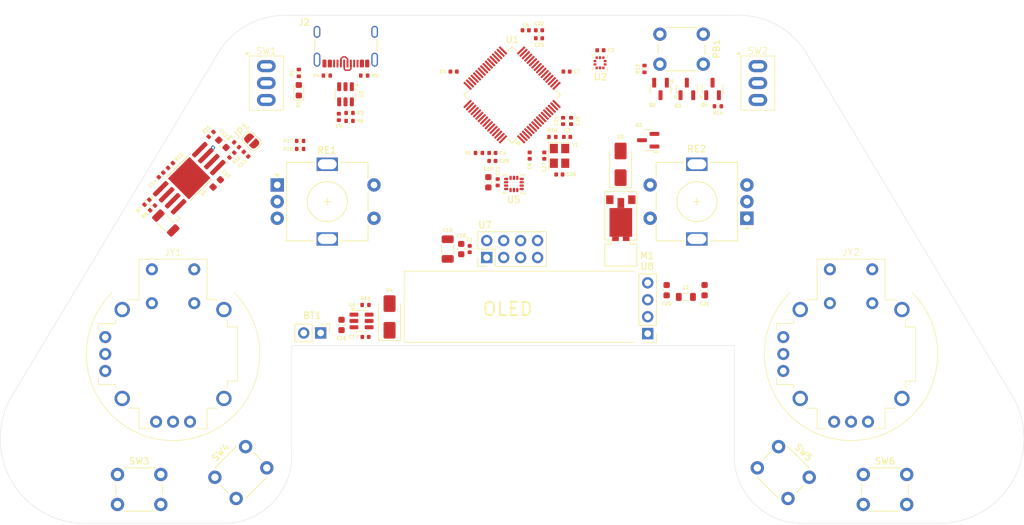
<source format=kicad_pcb>
(kicad_pcb (version 20240108) (generator "pcbnew") (generator_version "8.0")
  (layers (0 "F.Cu" signal) (31 "B.Cu" signal) (34 "B.Paste" user) (35 "F.Paste" user) (36 "B.SilkS" user "B.Silkscreen") (37 "F.SilkS" user "F.Silkscreen") (38 "B.Mask" user) (39 "F.Mask" user) (44 "Edge.Cuts" user))
  (net 0 "")
  (net 1 "GND")
  (net 2 "VBATT")
  (net 3 "+3V3")
  (net 4 "/nRST")
  (net 5 "VBUS")
  (net 6 "VPWR")
  (net 7 "Net-(U4-VC)")
  (net 8 "Net-(C14-Pad1)")
  (net 9 "Net-(D4-K)")
  (net 10 "/OPWR")
  (net 11 "/OSCIN")
  (net 12 "/OSCLO")
  (net 13 "/VBLED")
  (net 14 "Net-(D2-A)")
  (net 15 "Net-(D2-K)")
  (net 16 "Net-(J2-CC2)")
  (net 17 "/USB_D+")
  (net 18 "Net-(J2-CC1)")
  (net 20 "/USB_D-")
  (net 23 "/JY1SW")
  (net 24 "/VCAP")
  (net 25 "/VREF")
  (net 26 "Net-(JP1-B)")
  (net 27 "/JY2SW")
  (net 28 "Net-(U4-SW1)")
  (net 29 "Net-(U4-SW2)")
  (net 30 "Net-(Q2-G)")
  (net 31 "/MTR")
  (net 32 "/SNSBUS")
  (net 33 "/PWRON")
  (net 34 "/BOOT0")
  (net 35 "Net-(R7-Pad1)")
  (net 36 "Net-(U4-RT)")
  (net 37 "Net-(U4-FB)")
  (net 38 "Net-(U6-PROG)")
  (net 39 "/BREF")
  (net 40 "/OSCOUT")
  (net 41 "/RE1A")
  (net 42 "/RE1B")
  (net 43 "/RE1SW")
  (net 44 "/RE2SW")
  (net 45 "/RE2A")
  (net 46 "/RE2B")
  (net 47 "/TSW1B")
  (net 48 "/TSW1A")
  (net 49 "/TSW2B")
  (net 50 "/TSW2A")
  (net 51 "/BT1")
  (net 52 "/BT2")
  (net 53 "/BT3")
  (net 54 "/BT4")
  (net 100 "/PCS")
  (net 101 "/SNSCK")
  (net 102 "/SNMOSI")
  (net 103 "/SNMISO")
  (net 104 "/DRDY")
  (net 107 "/GCS")
  (net 108 "/GINT1")
  (net 109 "/STDBY")
  (net 110 "/CHRG")
  (net 111 "/RFSCK")
  (net 112 "/RFMISO")
  (net 113 "/RFCE")
  (net 114 "/RFIRQ")
  (net 115 "/RFCS")
  (net 116 "/RFMOSI")
  (net 117 "/SCL")
  (net 118 "/SDA")
  (footprint "Resistor_SMD:R_0402_1005Metric" (layer "F.Cu") (at 105.4 79.8)
    (property "Reference" "R17")
    (property "Value" "200k")
  )
  (footprint "Capacitor_SMD:C_0402_1005Metric" (layer "F.Cu") (at 111.2 76.2 -90)
    (property "Reference" "C9")
    (property "Value" "1u")
  )
  (footprint "Connector_PinHeader_2.54mm:PinHeader_1x02_P2.54mm_Vertical" (layer "F.Cu") (at 108.475 108.6 -90)
    (property "Reference" "BT1")
    (property "Value" "Battery_Cell")
  )
  (footprint "Capacitor_SMD:C_0402_1005Metric" (layer "F.Cu") (at 134.2 82.8 180)
    (property "Reference" "C28")
    (property "Value" "10u")
  )
  (footprint "Resistor_SMD:R_0402_1005Metric" (layer "F.Cu") (at 95.167085 81.927136 45)
    (property "Reference" "R12")
    (property "Value" "340k")
  )
  (footprint "Package_SO:SOP-8-1EP_4.57x4.57mm_P1.27mm_EP4.57x4.45mm" (layer "F.Cu") (at 88.778787 85.39099 45)
    (property "Reference" "U4")
    (property "Value" "TX4401")
  )
  (footprint "Button_Switch_THT:SW_PUSH_6mm_H13mm" (layer "F.Cu") (at 78.03 129.83)
    (property "Reference" "SW3")
    (property "Value" "SW_Push")
  )
  (footprint "Motors:Vybronics_VZ30C1T8219732L" (layer "F.Cu") (at 153.454 92.963)
    (property "Reference" "M1")
    (property "Value" "Motor_DC")
  )
  (footprint "Package_TO_SOT_SMD:SOT-23" (layer "F.Cu") (at 163.35 72 90)
    (property "Reference" "Q3")
    (property "Value" "AO3400A")
  )
  (footprint "Resistor_SMD:R_0402_1005Metric" (layer "F.Cu") (at 112.8 75.6)
    (property "Reference" "R3")
    (property "Value" "10k")
  )
  (footprint "User_Footprints:2MS" (layer "F.Cu") (at 100.33 68.58)
    (property "Reference" "SW1")
    (property "Value" "SW_SPDT")
  )
  (footprint "Capacitor_SMD:C_0402_1005Metric" (layer "F.Cu") (at 146 76.8 -90)
    (property "Reference" "C25")
    (property "Value" "1u")
  )
  (footprint "User_Footprints:2MS" (layer "F.Cu") (at 173.99 68.58)
    (property "Reference" "SW2")
    (property "Value" "SW_SPDT")
  )
  (footprint "Resistor_SMD:R_0402_1005Metric" (layer "F.Cu") (at 132.2 81.6)
    (property "Reference" "R1")
    (property "Value" "10k")
  )
  (footprint "Resistor_SMD:R_0402_1005Metric" (layer "F.Cu") (at 168 74.6)
    (property "Reference" "R14")
    (property "Value" "47k")
  )
  (footprint "Capacitor_SMD:C_0402_1005Metric" (layer "F.Cu") (at 115.2 109.2 180)
    (property "Reference" "C17")
    (property "Value" "1u")
  )
  (footprint "Resistor_SMD:R_0402_1005Metric" (layer "F.Cu") (at 105.2 69.6 -90)
    (property "Reference" "R2")
    (property "Value" "1k")
  )
  (footprint "Resistor_SMD:R_0402_1005Metric" (layer "F.Cu") (at 85.974697 83.482771 45)
    (property "Reference" "R10")
    (property "Value" "15k")
  )
  (footprint "Resistor_SMD:R_0402_1005Metric" (layer "F.Cu") (at 112.8 76.8 180)
    (property "Reference" "R6")
    (property "Value" "10k")
  )
  (footprint "Rotary_Encoder:RotaryEncoder_Alps_EC11E-Switch_Vertical_H20mm" (layer "F.Cu") (at 101.97 86.4)
    (property "Reference" "RE1")
    (property "Value" "RotaryEncoder_Switch")
  )
  (footprint "Crystal:Crystal_SMD_3225-4Pin_3.2x2.5mm" (layer "F.Cu") (at 144.272 82.042 -90)
    (property "Reference" "Y1")
    (property "Value" "16MHz")
  )
  (footprint "Capacitor_SMD:C_0402_1005Metric" (layer "F.Cu") (at 139.2 63.2)
    (property "Reference" "C6")
    (property "Value" "100n")
  )
  (footprint "Resistor_SMD:R_0402_1005Metric" (layer "F.Cu") (at 157 69 90)
    (property "Reference" "R13")
    (property "Value" "47k")
  )
  (footprint "Package_QFP:LQFP-64_10x10mm_P0.5mm" (layer "F.Cu") (at 137.16 72.898 135)
    (property "Reference" "U1")
    (property "Value" "STM32F401RCTx")
  )
  (footprint "Capacitor_SMD:C_0603_1608Metric" (layer "F.Cu") (at 111.6 107.4 90)
    (property "Reference" "C16")
    (property "Value" "10u")
  )
  (footprint "Capacitor_SMD:C_0402_1005Metric" (layer "F.Cu") (at 135 86 -90)
    (property "Reference" "C11")
    (property "Value" "100n")
  )
  (footprint "Diode_SMD:D_SMA" (layer "F.Cu") (at 153.416 83.312 90)
    (property "Reference" "D2")
    (property "Value" "SS24")
  )
  (footprint "Button_Switch_THT:SW_PUSH_6mm_H13mm" (layer "F.Cu") (at 189.79 129.83)
    (property "Reference" "SW6")
    (property "Value" "SW_Push")
  )
  (footprint "LED_SMD:LED_0603_1608Metric" (layer "F.Cu") (at 105.2 72.2 90)
    (property "Reference" "D1")
    (property "Value" "LEDB")
  )
  (footprint "Capacitor_SMD:C_0402_1005Metric" (layer "F.Cu") (at 145.32 69.4)
    (property "Reference" "C7")
    (property "Value" "100n")
  )
  (footprint "Capacitor_SMD:C_0402_1005Metric" (layer "F.Cu") (at 144.244 84.836)
    (property "Reference" "C26")
    (property "Value" "10p")
  )
  (footprint "Inductor_SMD:L_0805_2012Metric" (layer "F.Cu") (at 163.2 103.2 180)
    (property "Reference" "L2")
    (property "Value" "2.2u")
  )
  (footprint "Capacitor_SMD:C_0603_1608Metric" (layer "F.Cu") (at 129.54 96.017 -90)
    (property "Reference" "C18")
    (property "Value" "10u")
  )
  (footprint "Package_TO_SOT_SMD:TSOT-23-6" (layer "F.Cu") (at 114.6 106.8)
    (property "Reference" "U6")
    (property "Value" "TP4057-42")
  )
  (footprint "Connector_PinHeader_2.54mm:PinHeader_1x04_P2.54mm_Vertical" (layer "F.Cu") (at 157.48 108.702 180)
    (property "Reference" "U8")
    (property "Value" "SSD1306")
  )
  (footprint "Package_TO_SOT_SMD:SOT-23" (layer "F.Cu") (at 167.2 72 90)
    (property "Reference" "Q4")
    (property "Value" "AO3400A")
  )
  (footprint "Capacitor_SMD:C_0603_1608Metric" (layer "F.Cu") (at 93.752871 80.230079 135)
    (property "Reference" "C12")
    (property "Value" "10u")
  )
  (footprint "Button_Switch_THT:SW_PUSH_6mm_H13mm" (layer "F.Cu") (at 159.31 63.79)
    (property "Reference" "PB1")
    (property "Value" "SW_Push")
  )
  (footprint "Resistor_SMD:R_0402_1005Metric" (layer "F.Cu") (at 92.055815 78.815866 -135)
    (property "Reference" "R11")
    (property "Value" "200k")
  )
  (footprint "Rotary_Encoder:RotaryEncoder_Alps_EC11E-Switch_Vertical_H20mm" (layer "F.Cu") (at 172.35 91.400001 180)
    (property "Reference" "RE2")
    (property "Value" "RotaryEncoder_Switch")
  )
  (footprint "Resistor_SMD:R_0402_1005Metric" (layer "F.Cu") (at 83.287691 89.846732 -135)
    (property "Reference" "R8")
    (property "Value" "4k7")
  )
  (footprint "Capacitor_SMD:C_0402_1005Metric" (layer "F.Cu") (at 130.81 96.017 -90)
    (property "Reference" "C1")
    (property "Value" "100n")
  )
  (footprint "Inductor_SMD:L_1206_3216Metric" (layer "F.Cu") (at 85.26759 92.109473 -45)
    (property "Reference" "L1")
    (property "Value" "10u")
  )
  (footprint "Capacitor_SMD:C_0402_1005Metric" (layer "F.Cu") (at 141.2 63.2 180)
    (property "Reference" "C22")
    (property "Value" "2u2")
  )
  (footprint "Capacitor_SMD:C_0603_1608Metric" (layer "F.Cu") (at 166 102.184 90)
    (property "Reference" "C21")
    (property "Value" "22u")
  )
  (footprint "Package_LGA:LGA-14_3x2.5mm_P0.5mm_LayoutBorder3x4y" (layer "F.Cu") (at 137.4375 86.25 180)
    (property "Reference" "U5")
    (property "Value" "ICM-42670-P")
  )
  (footprint "Resistor_SMD:R_0402_1005Metric" (layer "F.Cu") (at 109.4 70 180)
    (property "Reference" "R4")
    (property "Value" "5k1")
  )
  (footprint "Diode_SMD:D_SMA" (layer "F.Cu") (at 118.8 106.2 90)
    (property "Reference" "D4")
    (property "Value" "SS24")
  )
  (footprint "Resistor_SMD:R_0402_1005Metric" (layer "F.Cu") (at 115.2 104.4 180)
    (property "Reference" "R15")
    (property "Value" "2k")
  )
  (footprint "Resistor_SMD:R_0402_1005Metric" (layer "F.Cu") (at 143.2 79.2 180)
    (property "Reference" "R18")
    (property "Value" "330")
  )
  (footprint "Capacitor_SMD:C_0402_1005Metric" (layer "F.Cu") (at 128.4 69.4)
    (property "Reference" "C5")
    (property "Value" "100n")
  )
  (footprint "Resistor_SMD:R_0402_1005Metric" (layer "F.Cu") (at 95.874192 80.371501 -45)
    (property "Reference" "R9")
    (property "Value" "1m")
  )
  (footprint "Capacitor_SMD:C_0402_1005Metric" (layer "F.Cu") (at 141.2 64.4 180)
    (property "Reference" "C23")
    (property "Value" "2u2")
  )
  (footprint "User_Footprints:COM-09032" (layer "F.Cu") (at 86.36 111.76)
    (property "Reference" "JY1")
    (property "Value" "COM-09032")
  )
  (footprint "Connector_PinHeader_2.54mm:PinHeader_2x04_P2.54mm_Vertical" (layer "F.Cu") (at 133.36 97.287 90)
    (property "Reference" "U7")
    (property "Value" "nrf24L01P_PA_LNA")
  )
  (footprint "Capacitor_SMD:C_0402_1005Metric" (layer "F.Cu") (at 145.4 79.2)
    (property "Reference" "C3")
    (property "Value" "100n")
  )
  (footprint "Button_Switch_THT:SW_PUSH_6mm_H13mm" (layer "F.Cu") (at 177.092894 125.650913 -45)
    (property "Reference" "SW5")
    (property "Value" "SW_Push")
  )
  (footprint "Capacitor_SMD:C_1206_3216Metric" (layer "F.Cu") (at 127.508 96.017 -90)
    (property "Reference" "C19")
    (property "Value" "100u")
  )
  (footprint "Capacitor_SMD:C_0402_1005Metric" (layer "F.Cu") (at 84.560483 84.896984 -135)
    (property "Reference" "C14")
    (property "Value" "1n5")
  )
  (footprint "Connector_USB:USB_C_Receptacle_GCT_USB4105-xx-A_16P_TopMnt_Horizontal" (layer "F.Cu") (at 112.25 64.51 180)
    (property "Reference" "J2")
    (property "Value" "USB_C_Receptacle_USB2.0_16P")
  )
  (footprint "Capacitor_SMD:C_0402_1005Metric" (layer "F.Cu") (at 134.2 81.6 180)
    (property "Reference" "C4")
    (property "Value" "100n")
  )
  (footprint "Package_TO_SOT_SMD:SOT-23" (layer "F.Cu") (at 159.4 72 -90)
    (property "Reference" "Q2")
    (property "Value" "AO3401A")
  )
  (footprint "Capacitor_SMD:C_0402_1005Metric" (layer "F.Cu") (at 139.8 82 -90)
    (property "Reference" "C8")
    (property "Value" "100n")
  )
  (footprint "Package_TO_SOT_SMD:SOT-23-6" (layer "F.Cu") (at 112.2 72.8 -90)
    (property "Reference" "U3")
    (property "Value" "SRV05-4")
  )
  (footprint "Resistor_SMD:R_0402_1005Metric" (layer "F.Cu") (at 82.439163 88.998204 45)
    (property "Reference" "R7")
    (property "Value" "56k")
  )
  (footprint "Resistor_SMD:R_0402_1005Metric" (layer "F.Cu") (at 105.4 81 180)
    (property "Reference" "R16")
    (property "Value" "200k")
  )
  (footprint "Package_LGA:ST_HLGA-10_2x2mm_P0.5mm_LayoutBorder3x2y" (layer "F.Cu") (at 150.3395 68.076)
    (property "Reference" "U2")
    (property "Value" "LPS22HB")
  )
  (footprint "Capacitor_SMD:C_0603_1608Metric" (layer "F.Cu") (at 133.6 86 -90)
    (property "Reference" "C10")
    (property "Value" "2.2u")
  )
  (footprint "Capacitor_SMD:C_0402_1005Metric" (layer "F.Cu") (at 97.288405 81.785714 -45)
    (property "Reference" "C13")
    (property "Value" "100n")
  )
  (footprint "Package_TO_SOT_SMD:SOT-23" (layer "F.Cu") (at 157.5585 79.69 180)
    (property "Reference" "Q1")
    (property "Value" "AO3401A")
  )
  (footprint "Jumper:SolderJumper-2_P1.3mm_Open_RoundedPad1.0x1.5mm" (layer "F.Cu") (at 98.136934 79.805815 135)
    (property "Reference" "JP1")
    (property "Value" "Jumper_2_Open")
  )
  (footprint "Capacitor_SMD:C_0402_1005Metric" (layer "F.Cu") (at 144.8 76.8 -90)
    (property "Reference" "C24")
    (property "Value" "10n")
  )
  (footprint "Capacitor_SMD:C_0402_1005Metric" (layer "F.Cu") (at 141.986 82 90)
    (property "Reference" "C27")
    (property "Value" "10p")
  )
  (footprint "Button_Switch_THT:SW_PUSH_6mm_H13mm" (layer "F.Cu") (at 92.630913 130.247107 45)
    (property "Reference" "SW4")
    (property "Value" "SW_Push")
  )
  (footprint "User_Footprints:COM-09032" (layer "F.Cu") (at 187.96 111.76)
    (property "Reference" "JY2")
    (property "Value" "COM-09032")
  )
  (footprint "Capacitor_SMD:C_0603_1608Metric" (layer "F.Cu") (at 160.32 102.187 90)
    (property "Reference" "C20")
    (property "Value" "22u")
  )
  (footprint "Capacitor_SMD:C_0402_1005Metric" (layer "F.Cu") (at 150.4 66.2)
    (property "Reference" "C2")
    (property "Value" "100n")
  )
  (footprint "Resistor_SMD:R_0402_1005Metric" (layer "F.Cu") (at 115 70)
    (property "Reference" "R5")
    (property "Value" "5k1")
  )
  (footprint "Capacitor_SMD:C_0603_1608Metric" (layer "F.Cu") (at 92.904343 86.169776 -135)
    (property "Reference" "C15")
    (property "Value" "22u")
  )
  (gr_line (start 121 99.337) (end 121 110.005) (stroke (width 0.1)) (layer "F.SilkS"))
  (gr_line (start 155.448 110.005) (end 121 110.005) (stroke (width 0.1)) (layer "F.SilkS"))
  (gr_line (start 155.448 99.337) (end 121 99.337) (stroke (width 0.1)) (layer "F.SilkS"))
  (gr_line (start 170.887553 60.96) (end 103.124 60.96) (stroke (width 0.05)) (layer "Edge.Cuts"))
  (gr_line (start 93.245308 66.404826) (end 62.584962 117.415309) (stroke (width 0.05)) (layer "Edge.Cuts"))
  (gr_line (start 170.434 110.49) (end 104.14 110.49) (stroke (width 0.05)) (layer "Edge.Cuts"))
  (gr_line (start 180.594 137.16) (end 201.168 137.16) (stroke (width 0.05)) (layer "Edge.Cuts"))
  (gr_line (start 73.152 137.159999) (end 93.98 137.16) (stroke (width 0.05)) (layer "Edge.Cuts"))
  (gr_line (start 104.14 127) (end 104.14 110.49) (stroke (width 0.05)) (layer "Edge.Cuts"))
  (gr_line (start 170.434 127) (end 170.434 110.49) (stroke (width 0.05)) (layer "Edge.Cuts"))
  (gr_arc (start 212.194688 118.159035) (mid 212.152359 130.834471) (end 201.168 137.16) (stroke (width 0.05)) (layer "Edge.Cuts"))
  (gr_line (start 212.194688 118.159035) (end 181.382665 66.864299) (stroke (width 0.05)) (layer "Edge.Cuts"))
  (gr_arc (start 180.594 137.16) (mid 173.409795 134.184205) (end 170.434 127) (stroke (width 0.05)) (layer "Edge.Cuts"))
  (gr_arc (start 73.152 137.159999) (mid 61.954734 130.452596) (end 62.584962 117.415309) (stroke (width 0.05)) (layer "Edge.Cuts"))
  (gr_arc (start 104.14 127) (mid 101.164205 134.184205) (end 93.98 137.16) (stroke (width 0.05)) (layer "Edge.Cuts"))
  (gr_arc (start 170.887553 60.96) (mid 176.950128 62.463424) (end 181.382665 66.864299) (stroke (width 0.05)) (layer "Edge.Cuts"))
  (gr_arc (start 93.245308 66.404826) (mid 97.484082 62.411347) (end 103.124 60.96) (stroke (width 0.05)) (layer "Edge.Cuts"))
  (gr_text "OLED" (at 132.588 106.185 0) (layer "F.SilkS") (effects (font (size 2 2) (thickness 0.25)) (justify left bottom)))
  (segment (start 111.518 68.196) (end 111.518 67.482) (width 0.2) (layer "F.Cu") (net 17))
  (segment (start 111.518 67.482) (end 111.8 67.2) (width 0.2) (layer "F.Cu") (net 17))
  (segment (start 112.518 67.518) (end 112.518 68.196) (width 0.2) (layer "F.Cu") (net 17))
  (segment (start 112.2 67.2) (end 112.518 67.518) (width 0.2) (layer "F.Cu") (net 17))
  (segment (start 111.8 67.2) (end 112.2 67.2) (width 0.2) (layer "F.Cu") (net 17))
  (segment (start 112.018 68.196) (end 112.018 69.018) (width 0.2) (layer "F.Cu") (net 20))
  (segment (start 113.018 68.982) (end 113.018 68.196) (width 0.2) (layer "F.Cu") (net 20))
  (segment (start 112.2 69.2) (end 112.8 69.2) (width 0.2) (layer "F.Cu") (net 20))
  (segment (start 112.8 69.2) (end 113.018 68.982) (width 0.2) (layer "F.Cu") (net 20))
  (segment (start 112.018 69.018) (end 112.2 69.2) (width 0.2) (layer "F.Cu") (net 20))
  (segment (start 91.264267 82.007484) (end 92.338658 80.933094) (width 0.2) (layer "F.Cu") (net 26))
  (segment (start 92.338658 80.933094) (end 92.338658 80.795765) (width 0.2) (layer "F.Cu") (net 26))
  (via (at 92.338658 80.795765) (size 0.6) (drill 0.3) (layers "F.Cu" "B.Cu") (net 26))
)
</source>
